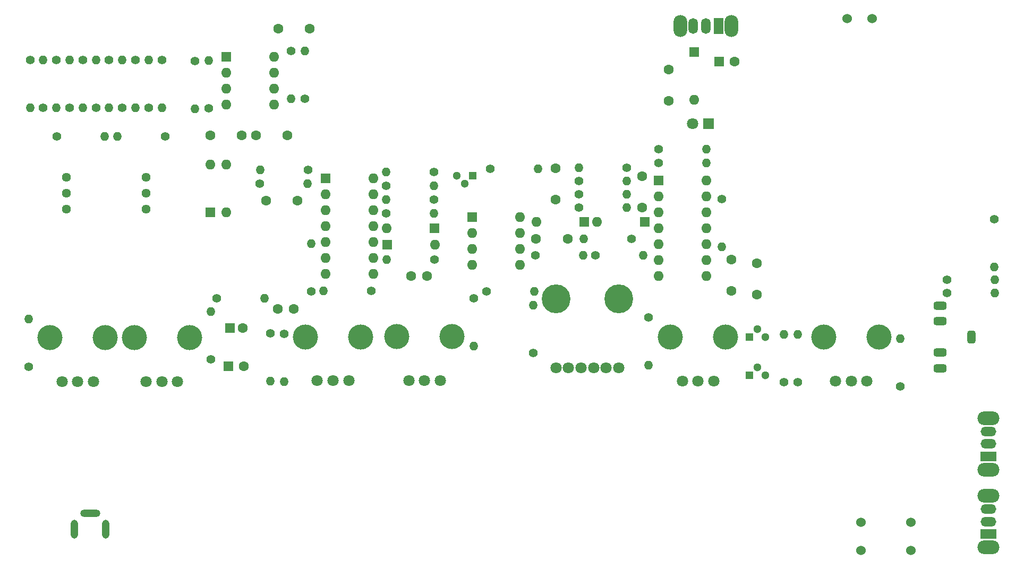
<source format=gbr>
%TF.GenerationSoftware,KiCad,Pcbnew,(6.0.0-0)*%
%TF.CreationDate,2022-12-08T17:20:48+01:00*%
%TF.ProjectId,drone_o_tron_1_0Rev1,64726f6e-655f-46f5-9f74-726f6e5f315f,rev?*%
%TF.SameCoordinates,Original*%
%TF.FileFunction,Soldermask,Bot*%
%TF.FilePolarity,Negative*%
%FSLAX46Y46*%
G04 Gerber Fmt 4.6, Leading zero omitted, Abs format (unit mm)*
G04 Created by KiCad (PCBNEW (6.0.0-0)) date 2022-12-08 17:20:48*
%MOMM*%
%LPD*%
G01*
G04 APERTURE LIST*
G04 Aperture macros list*
%AMRoundRect*
0 Rectangle with rounded corners*
0 $1 Rounding radius*
0 $2 $3 $4 $5 $6 $7 $8 $9 X,Y pos of 4 corners*
0 Add a 4 corners polygon primitive as box body*
4,1,4,$2,$3,$4,$5,$6,$7,$8,$9,$2,$3,0*
0 Add four circle primitives for the rounded corners*
1,1,$1+$1,$2,$3*
1,1,$1+$1,$4,$5*
1,1,$1+$1,$6,$7*
1,1,$1+$1,$8,$9*
0 Add four rect primitives between the rounded corners*
20,1,$1+$1,$2,$3,$4,$5,0*
20,1,$1+$1,$4,$5,$6,$7,0*
20,1,$1+$1,$6,$7,$8,$9,0*
20,1,$1+$1,$8,$9,$2,$3,0*%
G04 Aperture macros list end*
%ADD10C,1.400000*%
%ADD11O,1.400000X1.400000*%
%ADD12C,1.600000*%
%ADD13O,3.500000X2.200000*%
%ADD14R,2.500000X1.500000*%
%ADD15O,2.500000X1.500000*%
%ADD16C,4.000000*%
%ADD17C,1.800000*%
%ADD18R,1.600000X1.600000*%
%ADD19RoundRect,0.325000X0.675000X0.325000X-0.675000X0.325000X-0.675000X-0.325000X0.675000X-0.325000X0*%
%ADD20RoundRect,0.325000X-0.325000X0.675000X-0.325000X-0.675000X0.325000X-0.675000X0.325000X0.675000X0*%
%ADD21C,4.600000*%
%ADD22O,1.600000X1.600000*%
%ADD23C,1.524000*%
%ADD24R,1.300000X1.300000*%
%ADD25C,1.300000*%
%ADD26O,1.200000X3.000000*%
%ADD27O,3.200000X1.200000*%
%ADD28R,1.800000X1.800000*%
%ADD29O,2.200000X3.500000*%
%ADD30R,1.500000X2.500000*%
%ADD31O,1.500000X2.500000*%
%ADD32C,1.440000*%
G04 APERTURE END LIST*
D10*
%TO.C,R320*%
X35400000Y-56400000D03*
D11*
X35400000Y-48780000D03*
%TD*%
D10*
%TO.C,R307*%
X50400000Y-14810000D03*
D11*
X50400000Y-7190000D03*
%TD*%
D10*
%TO.C,R204*%
X96733377Y-39791158D03*
D11*
X104353377Y-39791158D03*
%TD*%
D12*
%TO.C,C401*%
X118400000Y-45500000D03*
X118400000Y-40500000D03*
%TD*%
D13*
%TO.C,SW302*%
X159400000Y-65800000D03*
X159400000Y-74000000D03*
D14*
X159400000Y-71900000D03*
D15*
X159400000Y-69900000D03*
X159400000Y-67900000D03*
%TD*%
D10*
%TO.C,R402*%
X94083377Y-27991158D03*
D11*
X101703377Y-27991158D03*
%TD*%
D10*
%TO.C,R605*%
X63390000Y-33100000D03*
D11*
X71010000Y-33100000D03*
%TD*%
D10*
%TO.C,R205*%
X102483377Y-37191158D03*
D11*
X94863377Y-37191158D03*
%TD*%
D13*
%TO.C,SW701*%
X159400000Y-86400000D03*
X159400000Y-78200000D03*
D14*
X159400000Y-84300000D03*
D15*
X159400000Y-82300000D03*
X159400000Y-80300000D03*
%TD*%
D10*
%TO.C,R401*%
X101683377Y-25891158D03*
D11*
X94063377Y-25891158D03*
%TD*%
D10*
%TO.C,R331*%
X10900000Y-20900000D03*
D11*
X18520000Y-20900000D03*
%TD*%
D10*
%TO.C,R606*%
X51400000Y-45610000D03*
D11*
X51400000Y-37990000D03*
%TD*%
D10*
%TO.C,R709*%
X126800000Y-60100000D03*
D11*
X126800000Y-52480000D03*
%TD*%
D10*
%TO.C,R206*%
X6400000Y-57610000D03*
D11*
X6400000Y-49990000D03*
%TD*%
D16*
%TO.C,RV801*%
X9800000Y-52950000D03*
X18600000Y-52950000D03*
D17*
X16700000Y-59950000D03*
X14200000Y-59950000D03*
X11700000Y-59950000D03*
%TD*%
D18*
%TO.C,C702*%
X116433377Y-8891158D03*
D12*
X118933377Y-8891158D03*
%TD*%
D10*
%TO.C,R304*%
X35100000Y-16400000D03*
D11*
X35100000Y-8780000D03*
%TD*%
D10*
%TO.C,R308*%
X6600000Y-8690000D03*
D11*
X6600000Y-16310000D03*
%TD*%
D19*
%TO.C,J701*%
X151685534Y-47835534D03*
X151685534Y-50335534D03*
D20*
X156685534Y-52835534D03*
D19*
X151685534Y-57835534D03*
X151685534Y-55335534D03*
%TD*%
D10*
%TO.C,R704*%
X129000000Y-60100000D03*
D11*
X129000000Y-52480000D03*
%TD*%
D21*
%TO.C,RV601*%
X90483377Y-46741158D03*
X100483377Y-46741158D03*
D17*
X94433377Y-57741158D03*
X96433377Y-57741158D03*
X98433377Y-57741158D03*
X92433377Y-57741158D03*
X90433377Y-57741158D03*
X100433377Y-57741158D03*
%TD*%
D10*
%TO.C,R302*%
X36390000Y-46700000D03*
D11*
X44010000Y-46700000D03*
%TD*%
D10*
%TO.C,R602*%
X61020000Y-45500000D03*
D11*
X53400000Y-45500000D03*
%TD*%
D10*
%TO.C,R601*%
X105200000Y-49700000D03*
D11*
X105200000Y-57320000D03*
%TD*%
D18*
%TO.C,U1*%
X106800000Y-27875000D03*
D22*
X106800000Y-30415000D03*
X106800000Y-32955000D03*
X106800000Y-35495000D03*
X106800000Y-38035000D03*
X106800000Y-40575000D03*
X106800000Y-43115000D03*
X114420000Y-43115000D03*
X114420000Y-40575000D03*
X114420000Y-38035000D03*
X114420000Y-35495000D03*
X114420000Y-32955000D03*
X114420000Y-30415000D03*
X114420000Y-27875000D03*
%TD*%
D12*
%TO.C,C302*%
X46200000Y-3700000D03*
X51200000Y-3700000D03*
%TD*%
D23*
%TO.C,LS701*%
X136835534Y-2035534D03*
X140835534Y-2035534D03*
%TD*%
D10*
%TO.C,R317*%
X25500000Y-16300000D03*
D11*
X25500000Y-8680000D03*
%TD*%
D24*
%TO.C,Q201*%
X77170000Y-27130000D03*
D25*
X75900000Y-28400000D03*
X74630000Y-27130000D03*
%TD*%
D12*
%TO.C,C604*%
X49200000Y-31100000D03*
X44200000Y-31100000D03*
%TD*%
D10*
%TO.C,R604*%
X71110000Y-40500000D03*
D11*
X63490000Y-40500000D03*
%TD*%
D10*
%TO.C,R504*%
X116900000Y-30890000D03*
D11*
X116900000Y-38510000D03*
%TD*%
D12*
%TO.C,C601*%
X48600000Y-48400000D03*
X46100000Y-48400000D03*
%TD*%
D10*
%TO.C,R703*%
X160300000Y-34080000D03*
D11*
X160300000Y-41700000D03*
%TD*%
D10*
%TO.C,R315*%
X21300000Y-16300000D03*
D11*
X21300000Y-8680000D03*
%TD*%
D10*
%TO.C,R403*%
X94083377Y-30091158D03*
D11*
X101703377Y-30091158D03*
%TD*%
D12*
%TO.C,C303*%
X104183377Y-32191158D03*
X104183377Y-27191158D03*
%TD*%
D18*
%TO.C,D201*%
X104633377Y-34491158D03*
D22*
X97013377Y-34491158D03*
%TD*%
D26*
%TO.C,J301*%
X18700000Y-83500000D03*
D27*
X16200000Y-81000000D03*
D26*
X13700000Y-83500000D03*
%TD*%
D10*
%TO.C,R502*%
X79390000Y-45600000D03*
D11*
X87010000Y-45600000D03*
%TD*%
D10*
%TO.C,R314*%
X19200000Y-8700000D03*
D11*
X19200000Y-16320000D03*
%TD*%
D12*
%TO.C,C204*%
X90400000Y-25900000D03*
X90400000Y-30900000D03*
%TD*%
D10*
%TO.C,R312*%
X15000000Y-8700000D03*
D11*
X15000000Y-16320000D03*
%TD*%
D10*
%TO.C,R321*%
X145300000Y-60710000D03*
D11*
X145300000Y-53090000D03*
%TD*%
D10*
%TO.C,R404*%
X94083377Y-32191158D03*
D11*
X101703377Y-32191158D03*
%TD*%
D24*
%TO.C,Q701*%
X121300000Y-52900000D03*
D25*
X122570000Y-51630000D03*
X123840000Y-52900000D03*
%TD*%
D18*
%TO.C,U2*%
X53700000Y-27575000D03*
D22*
X53700000Y-30115000D03*
X53700000Y-32655000D03*
X53700000Y-35195000D03*
X53700000Y-37735000D03*
X53700000Y-40275000D03*
X53700000Y-42815000D03*
X61320000Y-42815000D03*
X61320000Y-40275000D03*
X61320000Y-37735000D03*
X61320000Y-35195000D03*
X61320000Y-32655000D03*
X61320000Y-30115000D03*
X61320000Y-27575000D03*
%TD*%
D12*
%TO.C,C203*%
X40300000Y-20700000D03*
X35300000Y-20700000D03*
%TD*%
D10*
%TO.C,R203*%
X87183377Y-39791158D03*
D11*
X94803377Y-39791158D03*
%TD*%
D28*
%TO.C,D102*%
X114783377Y-18791158D03*
D17*
X112243377Y-18791158D03*
%TD*%
D24*
%TO.C,Q702*%
X121300000Y-59000000D03*
D25*
X122570000Y-57730000D03*
X123840000Y-59000000D03*
%TD*%
D12*
%TO.C,C402*%
X122500000Y-46100000D03*
X122500000Y-41100000D03*
%TD*%
D10*
%TO.C,R608*%
X71010000Y-26500000D03*
D11*
X63390000Y-26500000D03*
%TD*%
D10*
%TO.C,R705*%
X71000000Y-30900000D03*
D11*
X63380000Y-30900000D03*
%TD*%
D18*
%TO.C,D202*%
X94933377Y-34491158D03*
D22*
X87313377Y-34491158D03*
%TD*%
D29*
%TO.C,SW101*%
X110235534Y-3235534D03*
X118435534Y-3235534D03*
D30*
X116335534Y-3235534D03*
D31*
X114335534Y-3235534D03*
X112335534Y-3235534D03*
%TD*%
D10*
%TO.C,R503*%
X86833377Y-55391158D03*
D11*
X86833377Y-47771158D03*
%TD*%
D12*
%TO.C,C602*%
X67350000Y-43100000D03*
X69850000Y-43100000D03*
%TD*%
D18*
%TO.C,U201*%
X77083377Y-33691158D03*
D22*
X77083377Y-36231158D03*
X77083377Y-38771158D03*
X77083377Y-41311158D03*
X84703377Y-41311158D03*
X84703377Y-38771158D03*
X84703377Y-36231158D03*
X84703377Y-33691158D03*
%TD*%
D12*
%TO.C,C801*%
X47600000Y-20700000D03*
X42600000Y-20700000D03*
%TD*%
%TO.C,C205*%
X92283377Y-37241158D03*
X87283377Y-37241158D03*
%TD*%
D10*
%TO.C,R319*%
X44900000Y-52300000D03*
D11*
X44900000Y-59920000D03*
%TD*%
D18*
%TO.C,D601*%
X63520000Y-38100000D03*
D22*
X71140000Y-38100000D03*
%TD*%
D10*
%TO.C,R202*%
X47100000Y-52390000D03*
D11*
X47100000Y-60010000D03*
%TD*%
D18*
%TO.C,U3*%
X37900000Y-8200000D03*
D22*
X37900000Y-10740000D03*
X37900000Y-13280000D03*
X37900000Y-15820000D03*
X45520000Y-15820000D03*
X45520000Y-13280000D03*
X45520000Y-10740000D03*
X45520000Y-8200000D03*
%TD*%
D16*
%TO.C,RV701*%
X141900000Y-52885534D03*
X133100000Y-52885534D03*
D17*
X140000000Y-59885534D03*
X137500000Y-59885534D03*
X135000000Y-59885534D03*
%TD*%
D18*
%TO.C,D101*%
X112433377Y-7391158D03*
D22*
X112433377Y-15011158D03*
%TD*%
D10*
%TO.C,R702*%
X152800000Y-43700000D03*
D11*
X160420000Y-43700000D03*
%TD*%
D32*
%TO.C,RV301*%
X12383377Y-32431158D03*
X12383377Y-29891158D03*
X12383377Y-27351158D03*
%TD*%
D16*
%TO.C,RV501*%
X65100000Y-52800000D03*
X73900000Y-52800000D03*
D17*
X72000000Y-59800000D03*
X69500000Y-59800000D03*
X67000000Y-59800000D03*
%TD*%
D10*
%TO.C,R603*%
X50900000Y-26200000D03*
D11*
X43280000Y-26200000D03*
%TD*%
D10*
%TO.C,R306*%
X32900000Y-8800000D03*
D11*
X32900000Y-16420000D03*
%TD*%
D10*
%TO.C,R310*%
X10800000Y-8700000D03*
D11*
X10800000Y-16320000D03*
%TD*%
D10*
%TO.C,R332*%
X28120000Y-20900000D03*
D11*
X20500000Y-20900000D03*
%TD*%
D10*
%TO.C,R316*%
X23400000Y-8700000D03*
D11*
X23400000Y-16320000D03*
%TD*%
D10*
%TO.C,R309*%
X8700000Y-16300000D03*
D11*
X8700000Y-8680000D03*
%TD*%
D16*
%TO.C,RV602*%
X108700000Y-52900000D03*
X117500000Y-52900000D03*
D17*
X115600000Y-59900000D03*
X113100000Y-59900000D03*
X110600000Y-59900000D03*
%TD*%
D23*
%TO.C,SW301*%
X139033377Y-86941158D03*
X147033377Y-86941158D03*
X147033377Y-82441158D03*
X139033377Y-82441158D03*
%TD*%
D10*
%TO.C,R501*%
X77300000Y-46690000D03*
D11*
X77300000Y-54310000D03*
%TD*%
D10*
%TO.C,R318*%
X27600000Y-8700000D03*
D11*
X27600000Y-16320000D03*
%TD*%
D10*
%TO.C,R101*%
X106773377Y-22891158D03*
D11*
X114393377Y-22891158D03*
%TD*%
D16*
%TO.C,RV303*%
X23200000Y-52950000D03*
X32000000Y-52950000D03*
D17*
X30100000Y-59950000D03*
X27600000Y-59950000D03*
X25100000Y-59950000D03*
%TD*%
D18*
%TO.C,D602*%
X71110000Y-35500000D03*
D22*
X63490000Y-35500000D03*
%TD*%
D10*
%TO.C,R609*%
X63400000Y-28700000D03*
D11*
X71020000Y-28700000D03*
%TD*%
D10*
%TO.C,R313*%
X17100000Y-16310000D03*
D11*
X17100000Y-8690000D03*
%TD*%
D32*
%TO.C,RV302*%
X25083377Y-32491158D03*
X25083377Y-29951158D03*
X25083377Y-27411158D03*
%TD*%
D16*
%TO.C,RV201*%
X50500000Y-52850000D03*
X59300000Y-52850000D03*
D17*
X57400000Y-59850000D03*
X54900000Y-59850000D03*
X52400000Y-59850000D03*
%TD*%
D18*
%TO.C,C305*%
X38200000Y-57500000D03*
D12*
X40700000Y-57500000D03*
%TD*%
D10*
%TO.C,R305*%
X48200000Y-7200000D03*
D11*
X48200000Y-14820000D03*
%TD*%
D18*
%TO.C,SW801*%
X35383377Y-32991158D03*
D22*
X37923377Y-32991158D03*
X37923377Y-25371158D03*
X35383377Y-25371158D03*
%TD*%
D10*
%TO.C,R311*%
X12900000Y-16320000D03*
D11*
X12900000Y-8700000D03*
%TD*%
D18*
%TO.C,C306*%
X38500000Y-51400000D03*
D12*
X40500000Y-51400000D03*
%TD*%
D10*
%TO.C,R303*%
X106773377Y-25091158D03*
D11*
X114393377Y-25091158D03*
%TD*%
D10*
%TO.C,R201*%
X80000000Y-26000000D03*
D11*
X87620000Y-26000000D03*
%TD*%
D12*
%TO.C,C101*%
X108383377Y-10191158D03*
X108383377Y-15191158D03*
%TD*%
D10*
%TO.C,R701*%
X152800000Y-45800000D03*
D11*
X160420000Y-45800000D03*
%TD*%
D10*
%TO.C,R607*%
X43200000Y-28400000D03*
D11*
X50820000Y-28400000D03*
%TD*%
M02*

</source>
